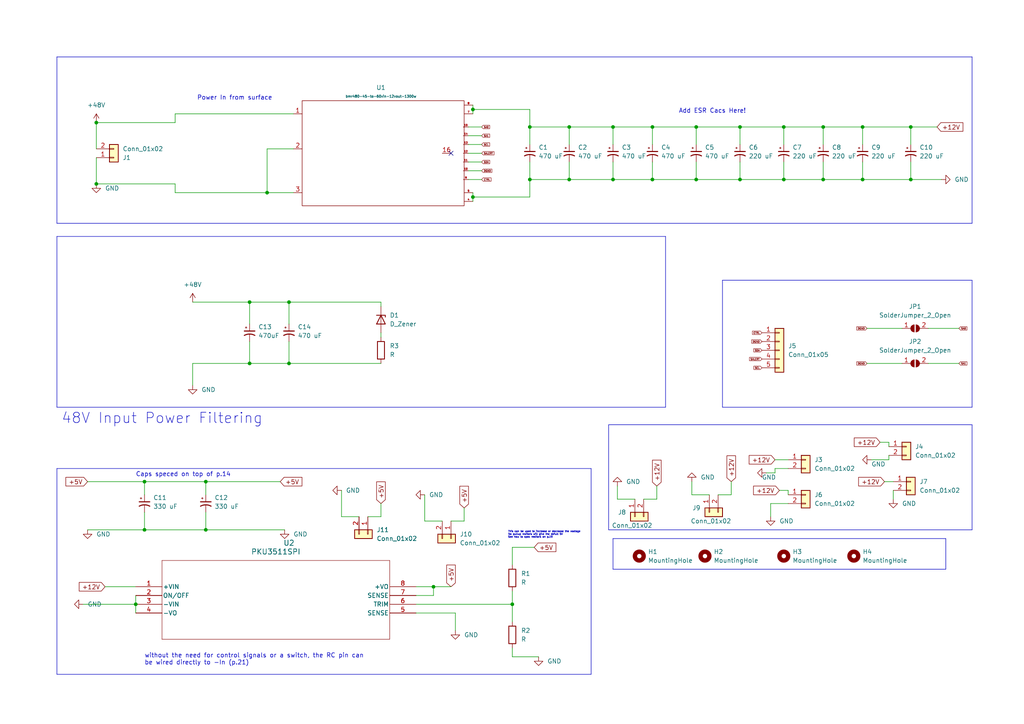
<source format=kicad_sch>
(kicad_sch (version 20230121) (generator eeschema)
  (paper "A4")
  (lib_symbols
    (symbol "BMR4802112_032-typ_withPins:bmr480-45-to-60vin-12vout-1300w" (pin_names hide)
      (property "Reference" "U1" (at -16.51 12.7 0))
      (property "Value" "bmr480-45-to-60vin-12vout-1300w" (at -16.51 10.16 0))
      (symbol "bmr480-45-to-60vin-12vout-1300w_0_1"
        (rectangle (start -39.37 8.89) (end 7.62 -21.59))
        (rectangle (start 7.62 1.27) (end 7.62 1.27))
        (rectangle (start 7.62 1.27) (end 7.62 1.27))
        (rectangle (start 7.62 1.27) (end 7.62 1.27))
        (rectangle (start 7.62 1.27) (end 7.62 1.27))
        (circle (center 7.62 1.27) (radius 0.0001))
      )
      (symbol "bmr480-45-to-60vin-12vout-1300w_1_1"
        (pin input line (at -41.91 5.08 0) (length 2.54) (name "") (number "1"))
        (pin input line (at 8.89 -11.43 180) (length 1.5) (name "") (number "10"))
        (pin input line (at 8.89 -8.89 180) (length 1.5) (name "") (number "11"))
        (pin input line (at 8.89 -6.35 180) (length 1.5) (name "") (number "12"))
        (pin input line (at 8.89 -3.81 180) (length 1.5) (name "") (number "13"))
        (pin input line (at 8.89 -1.27 180) (length 1.5) (name "") (number "14"))
        (pin input line (at 8.89 1.27 180) (length 1.5) (name "") (number "15"))
        (pin input line (at 1.27 -6.35 0) (length 2.54) (name "Status") (number "16"))
        (pin input line (at -41.91 -5.08 0) (length 2.54) (name "") (number "2"))
        (pin input line (at -41.91 -17.78 0) (length 2.54) (name "") (number "3"))
        (pin input line (at 10.16 -20.32 180) (length 2.54) (name "") (number "4"))
        (pin input line (at 10.16 -17.78 180) (length 2.54) (name "") (number "5"))
        (pin input line (at 10.16 5.08 180) (length 2.54) (name "") (number "7"))
        (pin input line (at 10.16 7.62 180) (length 2.54) (name "") (number "8"))
        (pin input line (at 8.89 -13.97 180) (length 1.5) (name "") (number "9"))
      )
    )
    (symbol "Connector_Generic:Conn_01x02" (pin_names (offset 1.016) hide)
      (property "Reference" "J" (at 0 2.54 0))
      (property "Value" "Conn_01x02" (at 0 -5.08 0))
      (symbol "Conn_01x02_1_1"
        (rectangle (start -1.27 -2.413) (end 0 -2.667) (stroke (width 0.1524)))
        (rectangle (start -1.27 0.127) (end 0 -0.127) (stroke (width 0.1524)))
        (rectangle (start -1.27 1.27) (end 1.27 -3.81) (stroke (width 0.254)) (fill (type background)))
        (pin passive line (at -5.08 0 0) (length 3.81) (name "Pin_1") (number "1"))
        (pin passive line (at -5.08 -2.54 0) (length 3.81) (name "Pin_2") (number "2"))
      )
    )
    (symbol "Connector_Generic:Conn_01x05" (pin_names (offset 1.016) hide)
      (property "Reference" "J" (at 0 7.62 0))
      (property "Value" "Conn_01x05" (at 0 -7.62 0))
      (symbol "Conn_01x05_1_1"
        (rectangle (start -1.27 -4.953) (end 0 -5.207) (stroke (width 0.1524)))
        (rectangle (start -1.27 -2.413) (end 0 -2.667) (stroke (width 0.1524)))
        (rectangle (start -1.27 0.127) (end 0 -0.127) (stroke (width 0.1524)))
        (rectangle (start -1.27 2.667) (end 0 2.413) (stroke (width 0.1524)))
        (rectangle (start -1.27 5.207) (end 0 4.953) (stroke (width 0.1524)))
        (rectangle (start -1.27 6.35) (end 1.27 -6.35) (stroke (width 0.254)) (fill (type background)))
        (pin passive line (at -5.08 5.08 0) (length 3.81) (name "Pin_1") (number "1"))
        (pin passive line (at -5.08 2.54 0) (length 3.81) (name "Pin_2") (number "2"))
        (pin passive line (at -5.08 0 0) (length 3.81) (name "Pin_3") (number "3"))
        (pin passive line (at -5.08 -2.54 0) (length 3.81) (name "Pin_4") (number "4"))
        (pin passive line (at -5.08 -5.08 0) (length 3.81) (name "Pin_5") (number "5"))
      )
    )
    (symbol "Device:C_Polarized_Small_US" (pin_numbers hide) (pin_names (offset 0.254) hide)
      (property "Reference" "C" (at 0.254 1.778 0))
      (property "Value" "C_Polarized_Small_US" (at 0.254 -2.032 0))
      (symbol "C_Polarized_Small_US_0_1"
        (polyline (pts (xy -1.524 0.508) (xy 1.524 0.508)) (stroke (width 0.3048)))
        (polyline (pts (xy -1.27 1.524) (xy -0.762 1.524)))
        (polyline (pts (xy -1.016 1.27) (xy -1.016 1.778)))
        (arc (start 1.524 -0.762) (mid 0 -0.3734) (end -1.524 -0.762) (stroke (width 0.3048)))
      )
      (symbol "C_Polarized_Small_US_1_1"
        (pin passive line (at 0 2.54 270) (length 2.032) (name "~") (number "1"))
        (pin passive line (at 0 -2.54 90) (length 2.032) (name "~") (number "2"))
      )
    )
    (symbol "Device:D_Zener" (pin_numbers hide) (pin_names (offset 1.016) hide)
      (property "Reference" "D" (at 0 2.54 0))
      (property "Value" "D_Zener" (at 0 -2.54 0))
      (symbol "D_Zener_0_1"
        (polyline (pts (xy 1.27 0) (xy -1.27 0)))
        (polyline (pts (xy -1.27 -1.27) (xy -1.27 1.27) (xy -0.762 1.27)) (stroke (width 0.254)))
        (polyline (pts (xy 1.27 -1.27) (xy 1.27 1.27) (xy -1.27 0) (xy 1.27 -1.27)) (stroke (width 0.254)))
      )
      (symbol "D_Zener_1_1"
        (pin passive line (at -3.81 0 0) (length 2.54) (name "K") (number "1"))
        (pin passive line (at 3.81 0 180) (length 2.54) (name "A") (number "2"))
      )
    )
    (symbol "Device:R" (pin_numbers hide) (pin_names (offset 0))
      (property "Reference" "R" (at 2.032 0 90))
      (property "Value" "R" (at 0 0 90))
      (symbol "R_0_1"
        (rectangle (start -1.016 -2.54) (end 1.016 2.54) (stroke (width 0.254)))
      )
      (symbol "R_1_1"
        (pin passive line (at 0 3.81 270) (length 1.27) (name "~") (number "1"))
        (pin passive line (at 0 -3.81 90) (length 1.27) (name "~") (number "2"))
      )
    )
    (symbol "Jumper:SolderJumper_2_Open" (pin_names (offset 0) hide)
      (property "Reference" "JP" (at 0 2.032 0))
      (property "Value" "SolderJumper_2_Open" (at 0 -2.54 0))
      (symbol "SolderJumper_2_Open_0_1"
        (arc (start -0.254 1.016) (mid -1.2656 0) (end -0.254 -1.016))
        (arc (start -0.254 1.016) (mid -1.2656 0) (end -0.254 -1.016) (fill (type outline)))
        (polyline (pts (xy -0.254 1.016) (xy -0.254 -1.016)))
        (polyline (pts (xy 0.254 1.016) (xy 0.254 -1.016)))
        (arc (start 0.254 -1.016) (mid 1.2656 0) (end 0.254 1.016))
        (arc (start 0.254 -1.016) (mid 1.2656 0) (end 0.254 1.016) (fill (type outline)))
      )
      (symbol "SolderJumper_2_Open_1_1"
        (pin passive line (at -3.81 0 0) (length 2.54) (name "A") (number "1"))
        (pin passive line (at 3.81 0 180) (length 2.54) (name "B") (number "2"))
      )
    )
    (symbol "Mechanical:MountingHole" (pin_names (offset 1.016))
      (property "Reference" "H" (at 0 5.08 0))
      (property "Value" "MountingHole" (at 0 3.175 0))
      (symbol "MountingHole_0_1"
        (circle (center 0 0) (radius 1.27) (stroke (width 1.27)))
      )
    )
    (symbol "PKU3511SPI:PKU3511SPI" (pin_names (offset 0.254))
      (property "Reference" "U" (at 40.64 12.7 0))
      (property "Value" "PKU3511SPI" (at 40.64 10.16 0))
      (symbol "PKU3511SPI_0_1"
        (polyline (pts (xy 7.62 -15.24) (xy 73.66 -15.24)) (stroke (width 0.127)))
        (polyline (pts (xy 7.62 7.62) (xy 7.62 -15.24)) (stroke (width 0.127)))
        (polyline (pts (xy 73.66 -15.24) (xy 73.66 7.62)) (stroke (width 0.127)))
        (polyline (pts (xy 73.66 7.62) (xy 7.62 7.62)) (stroke (width 0.127)))
        (pin unspecified line (at 0 0 0) (length 7.62) (name "+VIN") (number "1"))
        (pin unspecified line (at 0 -2.54 0) (length 7.62) (name "ON/OFF") (number "2"))
        (pin unspecified line (at 0 -5.08 0) (length 7.62) (name "-VIN") (number "3"))
        (pin unspecified line (at 0 -7.62 0) (length 7.62) (name "-VO") (number "4"))
        (pin unspecified line (at 81.28 -7.62 180) (length 7.62) (name "SENSE") (number "5"))
        (pin unspecified line (at 81.28 -5.08 180) (length 7.62) (name "TRIM") (number "6"))
        (pin unspecified line (at 81.28 -2.54 180) (length 7.62) (name "SENSE") (number "7"))
        (pin unspecified line (at 81.28 0 180) (length 7.62) (name "+VO") (number "8"))
      )
    )
    (symbol "power:+48V" (power) (pin_names (offset 0))
      (property "Value" "+48V" (at 0 3.556 0))
      (symbol "+48V_0_1"
        (polyline (pts (xy -0.762 1.27) (xy 0 2.54)))
        (polyline (pts (xy 0 0) (xy 0 2.54)))
        (polyline (pts (xy 0 2.54) (xy 0.762 1.27)))
      )
      (symbol "+48V_1_1"
        (pin power_in line (at 0 0 90) (length 0) hide (name "+48V") (number "1"))
      )
    )
    (symbol "power:GND" (power) (pin_names (offset 0))
      (property "Value" "GND" (at 0 -3.81 0))
      (symbol "GND_0_1"
        (polyline (pts (xy 0 0) (xy 0 -1.27) (xy 1.27 -1.27) (xy 0 -2.54) (xy -1.27 -1.27) (xy 0 -1.27)))
      )
      (symbol "GND_1_1"
        (pin power_in line (at 0 0 270) (length 0) hide (name "GND") (number "1"))
      )
    )
  )
  (junction (at 177.8 52.07))
  (junction (at 27.94 53.34))
  (junction (at 83.82 87.63))
  (junction (at 72.39 87.63))
  (junction (at 201.93 36.83))
  (junction (at 125.73 170.18))
  (junction (at 137.16 57.15))
  (junction (at 214.63 36.83))
  (junction (at 165.1 36.83))
  (junction (at 250.19 36.83))
  (junction (at 72.39 105.41))
  (junction (at 264.16 52.07))
  (junction (at 227.33 52.07))
  (junction (at 189.23 52.07))
  (junction (at 250.19 52.07))
  (junction (at 238.76 36.83))
  (junction (at 39.37 175.26))
  (junction (at 137.16 31.75))
  (junction (at 77.47 55.88))
  (junction (at 227.33 36.83))
  (junction (at 214.63 52.07))
  (junction (at 238.76 52.07))
  (junction (at 27.94 35.56))
  (junction (at 264.16 36.83))
  (junction (at 148.59 175.26))
  (junction (at 59.69 139.7))
  (junction (at 189.23 36.83))
  (junction (at 165.1 52.07))
  (junction (at 153.67 52.07))
  (junction (at 59.69 153.67))
  (junction (at 41.91 139.7))
  (junction (at 153.67 36.83))
  (junction (at 177.8 36.83))
  (junction (at 83.82 105.41))
  (junction (at 201.93 52.07))
  (junction (at 41.91 153.67))
  (no_connect (at 130.81 44.45))
  (polyline (pts (xy 171.45 135.89) (xy 16.51 135.89)))
  (wire (pts (xy 148.59 158.75) (xy 154.94 158.75)))
  (wire (pts (xy 135.89 49.53) (xy 139.7 49.53)))
  (wire (pts (xy 153.67 52.07) (xy 165.1 52.07)))
  (wire (pts (xy 201.93 36.83) (xy 214.63 36.83)))
  (wire (pts (xy 50.8 33.02) (xy 85.09 33.02)))
  (wire (pts (xy 110.49 96.52) (xy 110.49 97.79)))
  (wire (pts (xy 264.16 36.83) (xy 264.16 41.91)))
  (wire (pts (xy 135.89 46.99) (xy 139.7 46.99)))
  (wire (pts (xy 77.47 43.18) (xy 77.47 55.88)))
  (wire (pts (xy 264.16 46.99) (xy 264.16 52.07)))
  (polyline (pts (xy 171.45 135.89) (xy 171.45 195.58)))
  (wire (pts (xy 227.33 52.07) (xy 238.76 52.07)))
  (wire (pts (xy 200.66 143.51) (xy 205.74 143.51)))
  (wire (pts (xy 99.06 149.86) (xy 104.14 149.86)))
  (wire (pts (xy 120.65 170.18) (xy 125.73 170.18)))
  (wire (pts (xy 55.88 87.63) (xy 72.39 87.63)))
  (wire (pts (xy 120.65 177.8) (xy 132.08 177.8)))
  (wire (pts (xy 135.89 44.45) (xy 139.7 44.45)))
  (wire (pts (xy 238.76 36.83) (xy 238.76 41.91)))
  (wire (pts (xy 257.81 132.08) (xy 257.81 133.35)))
  (wire (pts (xy 120.65 175.26) (xy 148.59 175.26)))
  (wire (pts (xy 50.8 53.34) (xy 27.94 53.34)))
  (wire (pts (xy 125.73 172.72) (xy 125.73 170.18)))
  (wire (pts (xy 189.23 36.83) (xy 189.23 41.91)))
  (wire (pts (xy 72.39 105.41) (xy 83.82 105.41)))
  (polyline (pts (xy 281.94 118.11) (xy 209.55 118.11)))
  (wire (pts (xy 201.93 46.99) (xy 201.93 52.07)))
  (wire (pts (xy 139.7 36.83) (xy 135.89 36.83)))
  (wire (pts (xy 201.93 52.07) (xy 214.63 52.07)))
  (wire (pts (xy 269.24 95.25) (xy 278.13 95.25)))
  (wire (pts (xy 85.09 43.18) (xy 77.47 43.18)))
  (wire (pts (xy 153.67 36.83) (xy 165.1 36.83)))
  (wire (pts (xy 153.67 57.15) (xy 153.67 52.07)))
  (wire (pts (xy 264.16 52.07) (xy 273.05 52.07)))
  (wire (pts (xy 72.39 87.63) (xy 83.82 87.63)))
  (wire (pts (xy 99.06 142.24) (xy 99.06 149.86)))
  (wire (pts (xy 39.37 175.26) (xy 39.37 177.8)))
  (wire (pts (xy 224.79 137.16) (xy 224.79 135.89)))
  (wire (pts (xy 226.06 142.24) (xy 228.6 142.24)))
  (wire (pts (xy 59.69 153.67) (xy 82.55 153.67)))
  (wire (pts (xy 27.94 35.56) (xy 50.8 35.56)))
  (wire (pts (xy 59.69 139.7) (xy 81.28 139.7)))
  (wire (pts (xy 132.08 177.8) (xy 132.08 182.88)))
  (wire (pts (xy 250.19 52.07) (xy 264.16 52.07)))
  (wire (pts (xy 227.33 36.83) (xy 227.33 41.91)))
  (wire (pts (xy 228.6 146.05) (xy 223.52 146.05)))
  (wire (pts (xy 41.91 139.7) (xy 41.91 143.51)))
  (wire (pts (xy 179.07 140.97) (xy 179.07 144.78)))
  (polyline (pts (xy 274.32 165.1) (xy 177.8 165.1)))
  (polyline (pts (xy 16.51 195.58) (xy 171.45 195.58)))
  (wire (pts (xy 212.09 139.7) (xy 212.09 143.51)))
  (polyline (pts (xy 176.53 123.19) (xy 176.53 153.67)))
  (wire (pts (xy 227.33 36.83) (xy 238.76 36.83)))
  (wire (pts (xy 110.49 146.05) (xy 110.49 149.86)))
  (wire (pts (xy 135.89 52.07) (xy 139.7 52.07)))
  (wire (pts (xy 25.4 153.67) (xy 41.91 153.67)))
  (wire (pts (xy 137.16 31.75) (xy 153.67 31.75)))
  (polyline (pts (xy 176.53 123.19) (xy 281.94 123.19)))
  (wire (pts (xy 153.67 46.99) (xy 153.67 52.07)))
  (wire (pts (xy 72.39 87.63) (xy 72.39 93.98)))
  (wire (pts (xy 250.19 36.83) (xy 264.16 36.83)))
  (polyline (pts (xy 16.51 135.89) (xy 16.51 195.58)))
  (wire (pts (xy 177.8 36.83) (xy 189.23 36.83)))
  (wire (pts (xy 148.59 190.5) (xy 148.59 187.96)))
  (wire (pts (xy 77.47 55.88) (xy 50.8 55.88)))
  (wire (pts (xy 135.89 41.91) (xy 139.7 41.91)))
  (wire (pts (xy 125.73 170.18) (xy 130.81 170.18)))
  (polyline (pts (xy 274.32 156.21) (xy 274.32 165.1)))
  (wire (pts (xy 156.21 190.5) (xy 148.59 190.5)))
  (wire (pts (xy 59.69 139.7) (xy 59.69 143.51)))
  (wire (pts (xy 189.23 46.99) (xy 189.23 52.07)))
  (wire (pts (xy 214.63 36.83) (xy 214.63 41.91)))
  (wire (pts (xy 123.19 151.13) (xy 128.27 151.13)))
  (wire (pts (xy 41.91 148.59) (xy 41.91 153.67)))
  (wire (pts (xy 148.59 163.83) (xy 148.59 158.75)))
  (wire (pts (xy 189.23 36.83) (xy 201.93 36.83)))
  (polyline (pts (xy 281.94 16.51) (xy 281.94 64.77)))
  (wire (pts (xy 123.19 143.51) (xy 123.19 151.13)))
  (wire (pts (xy 255.27 128.27) (xy 257.81 128.27)))
  (wire (pts (xy 137.16 30.48) (xy 137.16 31.75)))
  (wire (pts (xy 148.59 175.26) (xy 148.59 180.34)))
  (wire (pts (xy 25.4 139.7) (xy 41.91 139.7)))
  (polyline (pts (xy 177.8 156.21) (xy 274.32 156.21)))
  (wire (pts (xy 256.54 139.7) (xy 259.08 139.7)))
  (wire (pts (xy 41.91 153.67) (xy 59.69 153.67)))
  (wire (pts (xy 269.24 105.41) (xy 278.13 105.41)))
  (wire (pts (xy 148.59 171.45) (xy 148.59 175.26)))
  (wire (pts (xy 190.5 140.97) (xy 190.5 144.78)))
  (wire (pts (xy 189.23 52.07) (xy 201.93 52.07)))
  (wire (pts (xy 251.46 105.41) (xy 261.62 105.41)))
  (wire (pts (xy 264.16 36.83) (xy 271.78 36.83)))
  (polyline (pts (xy 209.55 81.28) (xy 281.94 81.28)))
  (polyline (pts (xy 16.51 16.51) (xy 281.94 16.51)))
  (wire (pts (xy 27.94 35.56) (xy 27.94 43.18)))
  (wire (pts (xy 110.49 87.63) (xy 110.49 88.9)))
  (wire (pts (xy 83.82 87.63) (xy 83.82 93.98)))
  (wire (pts (xy 228.6 142.24) (xy 228.6 143.51)))
  (wire (pts (xy 222.25 137.16) (xy 224.79 137.16)))
  (wire (pts (xy 153.67 36.83) (xy 153.67 41.91)))
  (wire (pts (xy 135.89 39.37) (xy 139.7 39.37)))
  (polyline (pts (xy 177.8 165.1) (xy 177.8 156.21)))
  (wire (pts (xy 223.52 146.05) (xy 223.52 149.86)))
  (wire (pts (xy 179.07 144.78) (xy 184.15 144.78)))
  (wire (pts (xy 153.67 31.75) (xy 153.67 36.83)))
  (wire (pts (xy 259.08 142.24) (xy 259.08 144.78)))
  (wire (pts (xy 252.73 133.35) (xy 257.81 133.35)))
  (wire (pts (xy 250.19 36.83) (xy 250.19 41.91)))
  (wire (pts (xy 110.49 87.63) (xy 83.82 87.63)))
  (wire (pts (xy 85.09 55.88) (xy 77.47 55.88)))
  (polyline (pts (xy 281.94 123.19) (xy 281.94 153.67)))
  (wire (pts (xy 50.8 33.02) (xy 50.8 35.56)))
  (wire (pts (xy 50.8 55.88) (xy 50.8 53.34)))
  (wire (pts (xy 238.76 36.83) (xy 250.19 36.83)))
  (polyline (pts (xy 16.51 118.11) (xy 193.04 118.11)))
  (polyline (pts (xy 281.94 64.77) (xy 16.51 64.77)))
  (wire (pts (xy 83.82 99.06) (xy 83.82 105.41)))
  (wire (pts (xy 137.16 57.15) (xy 153.67 57.15)))
  (wire (pts (xy 165.1 46.99) (xy 165.1 52.07)))
  (wire (pts (xy 41.91 139.7) (xy 59.69 139.7)))
  (wire (pts (xy 214.63 52.07) (xy 227.33 52.07)))
  (wire (pts (xy 224.79 133.35) (xy 228.6 133.35)))
  (wire (pts (xy 227.33 46.99) (xy 227.33 52.07)))
  (wire (pts (xy 200.66 139.7) (xy 200.66 143.51)))
  (polyline (pts (xy 16.51 68.58) (xy 16.51 118.11)))
  (wire (pts (xy 27.94 45.72) (xy 27.94 53.34)))
  (wire (pts (xy 224.79 135.89) (xy 228.6 135.89)))
  (wire (pts (xy 137.16 55.88) (xy 137.16 57.15)))
  (wire (pts (xy 55.88 105.41) (xy 55.88 111.76)))
  (polyline (pts (xy 281.94 153.67) (xy 176.53 153.67)))
  (wire (pts (xy 137.16 57.15) (xy 137.16 58.42)))
  (wire (pts (xy 201.93 36.83) (xy 201.93 41.91)))
  (polyline (pts (xy 16.51 16.51) (xy 16.51 64.77)))
  (wire (pts (xy 177.8 36.83) (xy 177.8 41.91)))
  (polyline (pts (xy 16.51 68.58) (xy 193.04 68.58)))
  (wire (pts (xy 24.13 175.26) (xy 39.37 175.26)))
  (polyline (pts (xy 281.94 81.28) (xy 281.94 118.11)))
  (wire (pts (xy 238.76 52.07) (xy 250.19 52.07)))
  (wire (pts (xy 134.62 147.32) (xy 134.62 151.13)))
  (wire (pts (xy 177.8 46.99) (xy 177.8 52.07)))
  (wire (pts (xy 165.1 52.07) (xy 177.8 52.07)))
  (wire (pts (xy 106.68 149.86) (xy 110.49 149.86)))
  (wire (pts (xy 59.69 148.59) (xy 59.69 153.67)))
  (wire (pts (xy 83.82 105.41) (xy 110.49 105.41)))
  (wire (pts (xy 238.76 46.99) (xy 238.76 52.07)))
  (wire (pts (xy 120.65 172.72) (xy 125.73 172.72)))
  (wire (pts (xy 165.1 36.83) (xy 165.1 41.91)))
  (wire (pts (xy 257.81 128.27) (xy 257.81 129.54)))
  (wire (pts (xy 55.88 105.41) (xy 72.39 105.41)))
  (wire (pts (xy 165.1 36.83) (xy 177.8 36.83)))
  (wire (pts (xy 214.63 46.99) (xy 214.63 52.07)))
  (wire (pts (xy 39.37 172.72) (xy 39.37 175.26)))
  (wire (pts (xy 214.63 36.83) (xy 227.33 36.83)))
  (wire (pts (xy 177.8 52.07) (xy 189.23 52.07)))
  (wire (pts (xy 130.81 151.13) (xy 134.62 151.13)))
  (polyline (pts (xy 209.55 81.28) (xy 209.55 118.11)))
  (wire (pts (xy 250.19 46.99) (xy 250.19 52.07)))
  (wire (pts (xy 190.5 144.78) (xy 186.69 144.78)))
  (wire (pts (xy 212.09 143.51) (xy 208.28 143.51)))
  (wire (pts (xy 30.48 170.18) (xy 39.37 170.18)))
  (wire (pts (xy 72.39 99.06) (xy 72.39 105.41)))
  (polyline (pts (xy 193.04 68.58) (xy 193.04 118.11)))
  (wire (pts (xy 137.16 31.75) (xy 137.16 33.02)))
  (wire (pts (xy 251.46 95.25) (xy 261.62 95.25)))
  (text "Add ESR Cacs Here!" (at 196.85 33.02 0) (effects (font (size 1.27 1.27)) (justify left bottom)))
  (text "This can be used to increase or decrease the voatage\nNo pullup resitors will give the defult 5V\nSee how to spec resitors on p.19" (at 147.32 156.21 0) (effects (font (size 0.5 0.5)) (justify left bottom)))
  (text "Caps speced on top of p.14" (at 39.37 138.43 0) (effects (font (size 1.27 1.27)) (justify left bottom)))
  (text "Power In from surface" (at 57.15 29.21 0) (effects (font (size 1.27 1.27)) (justify left bottom)))
  (text "48V Input Power Filtering" (at 17.78 123.19 0) (effects (font (size 3 3)) (justify left bottom)))
  (text "without the need for control signals or a switch, the RC pin can\nbe wired directly to -In (p.21)" (at 41.91 193.04 0) (effects (font (size 1.27 1.27)) (justify left bottom)))
  (global_label "CTRL" (shape input) (at 139.7 52.07 0) (effects (font (size 0.5 0.5))) (property "Intersheetrefs" "${INTERSHEET_REFS}" (effects hide)))
  (global_label "SALERT" (shape input) (at 139.7 44.45 0) (effects (font (size 0.5 0.5))) (property "Intersheetrefs" "${INTERSHEET_REFS}" (effects hide)))
  (global_label "DGND" (shape input) (at 139.7 49.53 0) (effects (font (size 0.5 0.5))) (property "Intersheetrefs" "${INTERSHEET_REFS}" (effects hide)))
  (global_label "SALERT" (shape input) (at 220.98 104.14 180) (effects (font (size 0.5 0.5))) (property "Intersheetrefs" "${INTERSHEET_REFS}" (effects hide)))
  (global_label "+12V" (shape input) (at 30.48 170.18 180) (property "Intersheetrefs" "${INTERSHEET_REFS}" (effects hide)))
  (global_label "+5V" (shape input) (at 134.62 147.32 90) (property "Intersheetrefs" "${INTERSHEET_REFS}" (effects hide)))
  (global_label "CTRL" (shape input) (at 220.98 96.52 180) (effects (font (size 0.5 0.5))) (property "Intersheetrefs" "${INTERSHEET_REFS}" (effects hide)))
  (global_label "SDA" (shape input) (at 139.7 46.99 0) (effects (font (size 0.5 0.5))) (property "Intersheetrefs" "${INTERSHEET_REFS}" (effects hide)))
  (global_label "DGND" (shape input) (at 251.46 105.41 180) (effects (font (size 0.5 0.5))) (property "Intersheetrefs" "${INTERSHEET_REFS}" (effects hide)))
  (global_label "DGND" (shape input) (at 220.98 99.06 180) (effects (font (size 0.5 0.5))) (property "Intersheetrefs" "${INTERSHEET_REFS}" (effects hide)))
  (global_label "SCL" (shape input) (at 139.7 41.91 0) (effects (font (size 0.5 0.5))) (property "Intersheetrefs" "${INTERSHEET_REFS}" (effects hide)))
  (global_label "+12V" (shape input) (at 256.54 139.7 180) (property "Intersheetrefs" "${INTERSHEET_REFS}" (effects hide)))
  (global_label "+12V" (shape input) (at 271.78 36.83 0) (property "Intersheetrefs" "${INTERSHEET_REFS}" (effects hide)))
  (global_label "+5V" (shape input) (at 110.49 146.05 90) (property "Intersheetrefs" "${INTERSHEET_REFS}" (effects hide)))
  (global_label "+5V" (shape input) (at 154.94 158.75 0) (property "Intersheetrefs" "${INTERSHEET_REFS}" (effects hide)))
  (global_label "+5V" (shape input) (at 130.81 170.18 90) (property "Intersheetrefs" "${INTERSHEET_REFS}" (effects hide)))
  (global_label "+5V" (shape input) (at 25.4 139.7 180) (property "Intersheetrefs" "${INTERSHEET_REFS}" (effects hide)))
  (global_label "+5V" (shape input) (at 81.28 139.7 0) (property "Intersheetrefs" "${INTERSHEET_REFS}" (effects hide)))
  (global_label "DGND" (shape input) (at 251.46 95.25 180) (effects (font (size 0.5 0.5))) (property "Intersheetrefs" "${INTERSHEET_REFS}" (effects hide)))
  (global_label "+12V" (shape input) (at 224.79 133.35 180) (property "Intersheetrefs" "${INTERSHEET_REFS}" (effects hide)))
  (global_label "SA0" (shape input) (at 139.7 36.83 0) (effects (font (size 0.5 0.5))) (property "Intersheetrefs" "${INTERSHEET_REFS}" (effects hide)))
  (global_label "SA1" (shape input) (at 278.13 105.41 0) (effects (font (size 0.5 0.5))) (property "Intersheetrefs" "${INTERSHEET_REFS}" (effects hide)))
  (global_label "+12V" (shape input) (at 255.27 128.27 180) (property "Intersheetrefs" "${INTERSHEET_REFS}" (effects hide)))
  (global_label "+12V" (shape input) (at 226.06 142.24 180) (property "Intersheetrefs" "${INTERSHEET_REFS}" (effects hide)))
  (global_label "+12V" (shape input) (at 212.09 139.7 90) (property "Intersheetrefs" "${INTERSHEET_REFS}" (effects hide)))
  (global_label "SCL" (shape input) (at 220.98 106.68 180) (effects (font (size 0.5 0.5))) (property "Intersheetrefs" "${INTERSHEET_REFS}" (effects hide)))
  (global_label "+12V" (shape input) (at 190.5 140.97 90) (property "Intersheetrefs" "${INTERSHEET_REFS}" (effects hide)))
  (global_label "SA0" (shape input) (at 278.13 95.25 0) (effects (font (size 0.5 0.5))) (property "Intersheetrefs" "${INTERSHEET_REFS}" (effects hide)))
  (global_label "SDA" (shape input) (at 220.98 101.6 180) (effects (font (size 0.5 0.5))) (property "Intersheetrefs" "${INTERSHEET_REFS}" (effects hide)))
  (global_label "SA1" (shape input) (at 139.7 39.37 0) (effects (font (size 0.5 0.5))) (property "Intersheetrefs" "${INTERSHEET_REFS}" (effects hide)))
  (symbol (lib_id "Device:C_Polarized_Small_US") (at 59.69 146.05 0) (unit 1)
    (property "Reference" "C12" (at 62.23 144.3481 0) (effects (justify left)))
    (property "Value" "330 uF" (at 62.23 146.8881 0) (effects (justify left)))
    (property "Footprint" "220UF CAP:CAP_16SVPG330MX" (effects hide))
  )
  (symbol (lib_id "Connector_Generic:Conn_01x02") (at 106.68 154.94 270) (unit 1)
    (property "Reference" "J11" (at 109.22 153.6699 90) (effects (justify left)))
    (property "Value" "Conn_01x02" (at 109.22 156.2099 90) (effects (justify left)))
    (property "Footprint" "Connector_Molex:Molex_KK-396_A-41791-0002_1x02_P3.96mm_Vertical" (effects hide))
    (property "Datasheet" "https://tools.molex.com/pdm_docs/sd/009484028_sd.pdf" (effects hide))
  )
  (symbol (lib_id "Jumper:SolderJumper_2_Open") (at 265.43 95.25 0) (unit 1)
    (property "Reference" "JP1" (at 265.43 88.9 0))
    (property "Value" "SolderJumper_2_Open" (at 265.43 91.44 0))
    (property "Footprint" "Jumper:SolderJumper-2_P1.3mm_Open_Pad1.0x1.5mm" (effects hide))
  )
  (symbol (lib_id "Mechanical:MountingHole") (at 204.47 161.29 0) (unit 1)
    (property "Reference" "H2" (at 207.01 160.0199 0) (effects (justify left)))
    (property "Value" "MountingHole" (at 207.01 162.5599 0) (effects (justify left)))
    (property "Footprint" "MountingHole:MountingHole_3.2mm_M3_DIN965_Pad" (effects hide))
  )
  (symbol (lib_id "power:+48V") (at 55.88 87.63 0) (unit 1)
    (property "Reference" "#PWR03" (effects hide))
    (property "Value" "+48V" (at 55.88 82.55 0))
  )
  (symbol (lib_id "Device:C_Polarized_Small_US") (at 72.39 96.52 0) (unit 1)
    (property "Reference" "C13" (at 74.93 94.8182 0) (effects (justify left)))
    (property "Value" "470uF" (at 74.93 97.3582 0) (effects (justify left)))
    (property "Footprint" "footprints:PCAP_16x31.5-THRU-ELECT_NCA" (effects hide))
    (property "Datasheet" "https://www.digikey.com/en/models/589726" (effects hide))
  )
  (symbol (lib_id "Device:C_Polarized_Small_US") (at 214.63 44.45 0) (unit 1)
    (property "Reference" "C6" (at 217.17 42.7481 0) (effects (justify left)))
    (property "Value" "220 uF" (at 217.17 45.2881 0) (effects (justify left)))
    (property "Footprint" "220UF CAP:CAP_EEHZU1H221V" (effects hide))
    (property "Datasheet" "https://www.mouser.com/datasheet/2/315/DMD0000COL92-1141863.pdf" (effects hide))
  )
  (symbol (lib_id "Connector_Generic:Conn_01x02") (at 262.89 129.54 0) (unit 1)
    (property "Reference" "J4" (at 265.43 129.5399 0) (effects (justify left)))
    (property "Value" "Conn_01x02" (at 265.43 132.0799 0) (effects (justify left)))
    (property "Footprint" "Connector_AMASS:AMASS_XT30PW-M_1x02_P2.50mm_Horizontal" (effects hide))
  )
  (symbol (lib_id "power:GND") (at 222.25 137.16 270) (unit 1)
    (property "Reference" "#PWR0114" (effects hide))
    (property "Value" "GND" (at 220.98 138.43 90) (effects (justify left)))
  )
  (symbol (lib_id "BMR4802112_032-typ_withPins:bmr480-45-to-60vin-12vout-1300w") (at 127 38.1 0) (unit 1)
    (property "Reference" "U1" (at 110.49 25.4 0))
    (property "Value" "bmr480-45-to-60vin-12vout-1300w" (at 110.49 27.94 0) (effects (font (size 0.7 0.7))))
    (property "Footprint" "Power Bricks:bmr480-45-to-60vin-12vout-1300w" (effects hide))
  )
  (symbol (lib_id "Mechanical:MountingHole") (at 185.42 161.29 0) (unit 1)
    (property "Reference" "H1" (at 187.96 160.0199 0) (effects (justify left)))
    (property "Value" "MountingHole" (at 187.96 162.5599 0) (effects (justify left)))
    (property "Footprint" "MountingHole:MountingHole_3.2mm_M3_DIN965_Pad" (effects hide))
  )
  (symbol (lib_id "Connector_Generic:Conn_01x02") (at 205.74 148.59 90) (mirror x) (unit 1)
    (property "Reference" "J9" (at 203.2 147.3199 90) (effects (justify left)))
    (property "Value" "Conn_01x02" (at 212.09 151.13 90) (effects (justify left)))
    (property "Footprint" "Connector_AMASS:AMASS_XT30U-F_1x02_P5.0mm_Vertical" (effects hide))
  )
  (symbol (lib_id "power:GND") (at 25.4 153.67 0) (unit 1)
    (property "Reference" "#PWR0101" (effects hide))
    (property "Value" "GND" (at 27.94 154.9399 0) (effects (justify left)))
  )
  (symbol (lib_id "power:GND") (at 179.07 140.97 180) (unit 1)
    (property "Reference" "#PWR0104" (effects hide))
    (property "Value" "GND" (at 181.61 139.6999 0) (effects (justify right)))
  )
  (symbol (lib_id "Connector_Generic:Conn_01x02") (at 184.15 149.86 90) (mirror x) (unit 1)
    (property "Reference" "J8" (at 181.61 148.59 90) (effects (justify left)))
    (property "Value" "Conn_01x02" (at 189.23 152.4 90) (effects (justify left)))
    (property "Footprint" "Connector_AMASS:AMASS_XT30U-F_1x02_P5.0mm_Vertical" (effects hide))
  )
  (symbol (lib_id "Device:R") (at 110.49 101.6 0) (unit 1)
    (property "Reference" "R3" (at 113.03 100.33 0) (effects (justify left)))
    (property "Value" "R" (at 113.03 102.87 0) (effects (justify left)))
    (property "Footprint" "Resistor_THT:R_Axial_DIN0204_L3.6mm_D1.6mm_P5.08mm_Horizontal" (effects hide))
  )
  (symbol (lib_id "Device:C_Polarized_Small_US") (at 227.33 44.45 0) (unit 1)
    (property "Reference" "C7" (at 229.87 42.7481 0) (effects (justify left)))
    (property "Value" "220 uF" (at 229.87 45.2881 0) (effects (justify left)))
    (property "Footprint" "220UF CAP:CAP_EEHZU1H221V" (effects hide))
    (property "Datasheet" "https://www.mouser.com/datasheet/2/315/DMD0000COL92-1141863.pdf" (effects hide))
  )
  (symbol (lib_id "Device:C_Polarized_Small_US") (at 41.91 146.05 0) (unit 1)
    (property "Reference" "C11" (at 44.45 144.3481 0) (effects (justify left)))
    (property "Value" "330 uF" (at 44.45 146.8881 0) (effects (justify left)))
    (property "Footprint" "220UF CAP:CAP_16SVPG330MX" (effects hide))
  )
  (symbol (lib_id "power:GND") (at 156.21 190.5 0) (unit 1)
    (property "Reference" "#PWR0110" (effects hide))
    (property "Value" "GND" (at 158.75 191.7699 0) (effects (justify left)))
  )
  (symbol (lib_id "Device:C_Polarized_Small_US") (at 189.23 44.45 0) (unit 1)
    (property "Reference" "C4" (at 191.77 42.7481 0) (effects (justify left)))
    (property "Value" "470 uF" (at 191.77 45.2881 0) (effects (justify left)))
    (property "Footprint" "470UF CAP:CAP_EEHZU1V471V" (effects hide))
    (property "Datasheet" "https://www.mouser.com/datasheet/2/315/DMD0000COL92-1141863.pdf" (effects hide))
  )
  (symbol (lib_id "power:GND") (at 259.08 144.78 0) (unit 1)
    (property "Reference" "#PWR0113" (effects hide))
    (property "Value" "GND" (at 261.62 146.0499 0) (effects (justify left)))
  )
  (symbol (lib_id "Mechanical:MountingHole") (at 247.65 161.29 0) (unit 1)
    (property "Reference" "H4" (at 250.19 160.0199 0) (effects (justify left)))
    (property "Value" "MountingHole" (at 250.19 162.5599 0) (effects (justify left)))
    (property "Footprint" "MountingHole:MountingHole_3.2mm_M3_DIN965_Pad" (effects hide))
  )
  (symbol (lib_id "power:GND") (at 99.06 142.24 270) (unit 1)
    (property "Reference" "#PWR0109" (effects hide))
    (property "Value" "GND" (at 100.33 142.2399 90) (effects (justify left)))
  )
  (symbol (lib_id "power:GND") (at 223.52 149.86 0) (unit 1)
    (property "Reference" "#PWR0105" (effects hide))
    (property "Value" "GND" (at 226.06 151.1299 0) (effects (justify left)))
  )
  (symbol (lib_id "Connector_Generic:Conn_01x02") (at 130.81 156.21 270) (unit 1)
    (property "Reference" "J10" (at 133.35 154.9399 90) (effects (justify left)))
    (property "Value" "Conn_01x02" (at 133.35 157.4799 90) (effects (justify left)))
    (property "Footprint" "Connector_Molex:Molex_KK-396_A-41791-0002_1x02_P3.96mm_Vertical" (effects hide))
    (property "Datasheet" "https://tools.molex.com/pdm_docs/sd/009484028_sd.pdf" (effects hide))
  )
  (symbol (lib_id "Device:R") (at 148.59 184.15 0) (unit 1)
    (property "Reference" "R2" (at 151.13 182.8799 0) (effects (justify left)))
    (property "Value" "R" (at 151.13 185.4199 0) (effects (justify left)))
    (property "Footprint" "Resistor_SMD:R_2512_6332Metric_Pad1.40x3.35mm_HandSolder" (effects hide))
  )
  (symbol (lib_id "Jumper:SolderJumper_2_Open") (at 265.43 105.41 0) (unit 1)
    (property "Reference" "JP2" (at 265.43 99.06 0))
    (property "Value" "SolderJumper_2_Open" (at 265.43 101.6 0))
    (property "Footprint" "Jumper:SolderJumper-2_P1.3mm_Open_Pad1.0x1.5mm" (effects hide))
  )
  (symbol (lib_id "Device:R") (at 148.59 167.64 0) (unit 1)
    (property "Reference" "R1" (at 151.13 166.3699 0) (effects (justify left)))
    (property "Value" "R" (at 151.13 168.9099 0) (effects (justify left)))
    (property "Footprint" "Resistor_SMD:R_2512_6332Metric_Pad1.40x3.35mm_HandSolder" (effects hide))
  )
  (symbol (lib_id "Device:C_Polarized_Small_US") (at 165.1 44.45 0) (unit 1)
    (property "Reference" "C2" (at 167.64 42.7481 0) (effects (justify left)))
    (property "Value" "470 uF" (at 167.64 45.2881 0) (effects (justify left)))
    (property "Footprint" "470UF CAP:CAP_EEHZU1V471V" (effects hide))
    (property "Datasheet" "https://www.mouser.com/datasheet/2/315/DMD0000COL92-1141863.pdf" (effects hide))
  )
  (symbol (lib_id "power:GND") (at 24.13 175.26 270) (unit 1)
    (property "Reference" "#PWR0111" (effects hide))
    (property "Value" "GND" (at 25.4 175.2599 90) (effects (justify left)))
  )
  (symbol (lib_id "power:GND") (at 27.94 53.34 0) (unit 1)
    (property "Reference" "#PWR0107" (effects hide))
    (property "Value" "GND" (at 30.48 54.6099 0) (effects (justify left)))
  )
  (symbol (lib_id "PKU3511SPI:PKU3511SPI") (at 39.37 170.18 0) (unit 1)
    (property "Reference" "U2" (at 83.82 157.48 0) (effects (font (size 1.524 1.524))))
    (property "Value" "PKU3511SPI" (at 80.01 160.02 0) (effects (font (size 1.524 1.524))))
    (property "Footprint" "Footprints:PKU 3500S_FPM" (effects hide))
    (property "Datasheet" "https://flexpowermodules.com/resources/fpm-techspec-pku3500s" (effects hide))
  )
  (symbol (lib_id "power:GND") (at 132.08 182.88 0) (unit 1)
    (property "Reference" "#PWR0112" (effects hide))
    (property "Value" "GND" (at 134.62 184.1499 0) (effects (justify left)))
  )
  (symbol (lib_id "Device:C_Polarized_Small_US") (at 177.8 44.45 0) (unit 1)
    (property "Reference" "C3" (at 180.34 42.7481 0) (effects (justify left)))
    (property "Value" "470 uF" (at 180.34 45.2881 0) (effects (justify left)))
    (property "Footprint" "470UF CAP:CAP_EEHZU1V471V" (effects hide))
    (property "Datasheet" "https://www.mouser.com/datasheet/2/315/DMD0000COL92-1141863.pdf" (effects hide))
  )
  (symbol (lib_id "Connector_Generic:Conn_01x05") (at 226.06 101.6 0) (unit 1)
    (property "Reference" "J5" (at 228.6 100.3299 0) (effects (justify left)))
    (property "Value" "Conn_01x05" (at 228.6 102.8699 0) (effects (justify left)))
    (property "Footprint" "Connector_Molex:Molex_PicoBlade_53047-0510_1x05_P1.25mm_Vertical" (effects hide))
    (property "Datasheet" "https://tools.molex.com/pdm_docs/sd/530470510_sd.pdf" (effects hide))
  )
  (symbol (lib_id "Connector_Generic:Conn_01x02") (at 264.16 139.7 0) (unit 1)
    (property "Reference" "J7" (at 266.7 139.6999 0) (effects (justify left)))
    (property "Value" "Conn_01x02" (at 266.7 142.2399 0) (effects (justify left)))
    (property "Footprint" "Connector_AMASS:AMASS_XT30PW-M_1x02_P2.50mm_Horizontal" (effects hide))
  )
  (symbol (lib_id "Mechanical:MountingHole") (at 227.33 161.29 0) (unit 1)
    (property "Reference" "H3" (at 229.87 160.0199 0) (effects (justify left)))
    (property "Value" "MountingHole" (at 229.87 162.5599 0) (effects (justify left)))
    (property "Footprint" "MountingHole:MountingHole_3.2mm_M3_DIN965_Pad" (effects hide))
  )
  (symbol (lib_id "Connector_Generic:Conn_01x02") (at 233.68 143.51 0) (unit 1)
    (property "Reference" "J6" (at 236.22 143.5099 0) (effects (justify left)))
    (property "Value" "Conn_01x02" (at 236.22 146.0499 0) (effects (justify left)))
    (property "Footprint" "Connector_AMASS:AMASS_XT30PW-M_1x02_P2.50mm_Horizontal" (effects hide))
  )
  (symbol (lib_id "power:GND") (at 200.66 139.7 180) (unit 1)
    (property "Reference" "#PWR0106" (effects hide))
    (property "Value" "GND" (at 203.2 138.4299 0) (effects (justify right)))
  )
  (symbol (lib_id "power:GND") (at 82.55 153.67 0) (unit 1)
    (property "Reference" "#PWR0102" (effects hide))
    (property "Value" "GND" (at 85.09 154.9399 0) (effects (justify left)))
  )
  (symbol (lib_id "Connector_Generic:Conn_01x02") (at 33.02 45.72 0) (mirror x) (unit 1)
    (property "Reference" "J1" (at 35.56 45.7201 0) (effects (justify left)))
    (property "Value" "Conn_01x02" (at 35.56 43.1801 0) (effects (justify left)))
    (property "Footprint" "Connector_AMASS:AMASS_XT60-M_1x02_P7.20mm_Vertical" (effects hide))
  )
  (symbol (lib_id "Device:C_Polarized_Small_US") (at 201.93 44.45 0) (unit 1)
    (property "Reference" "C5" (at 204.47 42.7481 0) (effects (justify left)))
    (property "Value" "470 uF" (at 204.47 45.2881 0) (effects (justify left)))
    (property "Footprint" "470UF CAP:CAP_EEHZU1V471V" (effects hide))
    (property "Datasheet" "https://www.mouser.com/datasheet/2/315/DMD0000COL92-1141863.pdf" (effects hide))
  )
  (symbol (lib_id "power:+48V") (at 27.94 35.56 0) (unit 1)
    (property "Reference" "#PWR01" (effects hide))
    (property "Value" "+48V" (at 27.94 30.48 0))
  )
  (symbol (lib_id "Device:D_Zener") (at 110.49 92.71 270) (unit 1)
    (property "Reference" "D1" (at 113.03 91.44 90) (effects (justify left)))
    (property "Value" "D_Zener" (at 113.03 93.98 90) (effects (justify left)))
    (property "Footprint" "Diode_THT:D_DO-41_SOD81_P10.16mm_Horizontal" (effects hide))
  )
  (symbol (lib_id "Device:C_Polarized_Small_US") (at 238.76 44.45 0) (unit 1)
    (property "Reference" "C8" (at 241.3 42.7481 0) (effects (justify left)))
    (property "Value" "220 uF" (at 241.3 45.2881 0) (effects (justify left)))
    (property "Footprint" "220UF CAP:CAP_EEHZU1H221V" (effects hide))
    (property "Datasheet" "https://www.mouser.com/datasheet/2/315/DMD0000COL92-1141863.pdf" (effects hide))
  )
  (symbol (lib_id "power:GND") (at 273.05 52.07 90) (unit 1)
    (property "Reference" "#PWR0103" (effects hide))
    (property "Value" "GND" (at 276.86 52.0699 90) (effects (justify right)))
  )
  (symbol (lib_id "Device:C_Polarized_Small_US") (at 264.16 44.45 0) (unit 1)
    (property "Reference" "C10" (at 266.7 42.7481 0) (effects (justify left)))
    (property "Value" "220 uF" (at 266.7 45.2881 0) (effects (justify left)))
    (property "Footprint" "220UF CAP:CAP_EEHZU1H221V" (effects hide))
    (property "Datasheet" "https://www.mouser.com/datasheet/2/315/DMD0000COL92-1141863.pdf" (effects hide))
  )
  (symbol (lib_id "power:GND") (at 55.88 111.76 0) (unit 1)
    (property "Reference" "#PWR02" (effects hide))
    (property "Value" "GND" (at 58.42 113.0299 0) (effects (justify left)))
  )
  (symbol (lib_id "Connector_Generic:Conn_01x02") (at 233.68 133.35 0) (unit 1)
    (property "Reference" "J3" (at 236.22 133.3499 0) (effects (justify left)))
    (property "Value" "Conn_01x02" (at 236.22 135.8899 0) (effects (justify left)))
    (property "Footprint" "Connector_AMASS:AMASS_XT30PW-M_1x02_P2.50mm_Horizontal" (effects hide))
  )
  (symbol (lib_id "Device:C_Polarized_Small_US") (at 83.82 96.52 0) (unit 1)
    (property "Reference" "C14" (at 86.36 94.8182 0) (effects (justify left)))
    (property "Value" "470 uF" (at 86.36 97.3582 0) (effects (justify left)))
    (property "Footprint" "footprints:PCAP_16x31.5-THRU-ELECT_NCA" (effects hide))
    (property "Datasheet" "--" (effects hide))
  )
  (symbol (lib_id "power:GND") (at 123.19 143.51 270) (unit 1)
    (property "Reference" "#PWR0108" (effects hide))
    (property "Value" "GND" (at 124.46 143.5099 90) (effects (justify left)))
  )
  (symbol (lib_id "Device:C_Polarized_Small_US") (at 250.19 44.45 0) (unit 1)
    (property "Reference" "C9" (at 252.73 42.7481 0) (effects (justify left)))
    (property "Value" "220 uF" (at 252.73 45.2881 0) (effects (justify left)))
    (property "Footprint" "220UF CAP:CAP_EEHZU1H221V" (effects hide))
    (property "Datasheet" "https://www.mouser.com/datasheet/2/315/DMD0000COL92-1141863.pdf" (effects hide))
  )
  (symbol (lib_id "power:GND") (at 252.73 133.35 270) (unit 1)
    (property "Reference" "#PWR0115" (effects hide))
    (property "Value" "GND" (at 252.73 134.62 90) (effects (justify left)))
  )
  (symbol (lib_id "Device:C_Polarized_Small_US") (at 153.67 44.45 0) (unit 1)
    (property "Reference" "C1" (at 156.21 42.7481 0) (effects (justify left)))
    (property "Value" "470 uF" (at 156.21 45.2881 0) (effects (justify left)))
    (property "Footprint" "470UF CAP:CAP_EEHZU1V471V" (effects hide))
    (property "Datasheet" "https://www.mouser.com/datasheet/2/315/DMD0000COL92-1141863.pdf" (effects hide))
  )
)
</source>
